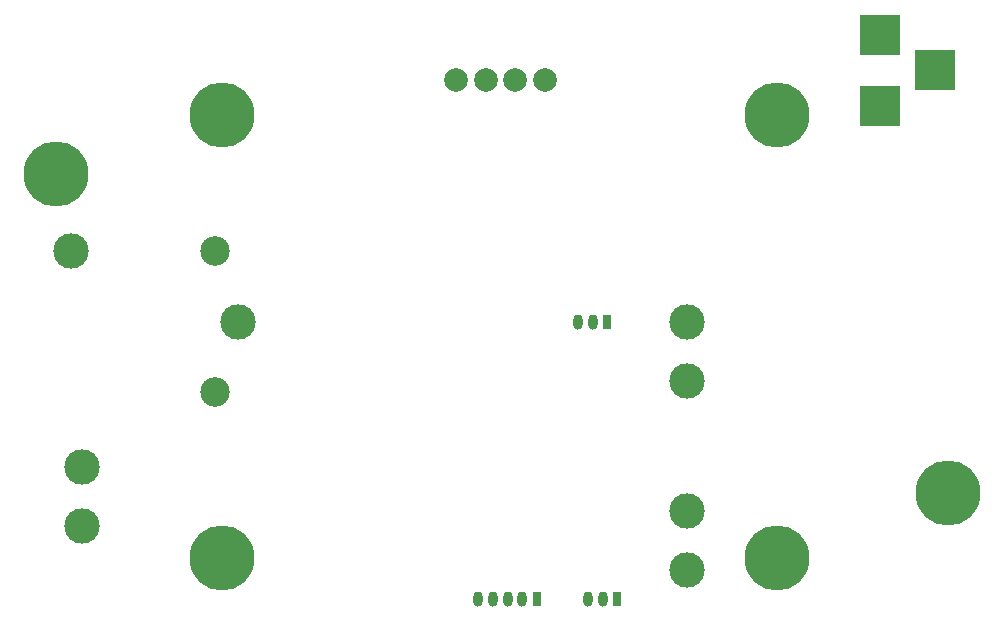
<source format=gbs>
G04 #@! TF.GenerationSoftware,KiCad,Pcbnew,(5.0.0-rc2-dev-347-g62c5a706d)*
G04 #@! TF.CreationDate,2018-11-25T22:16:39+01:00*
G04 #@! TF.ProjectId,NRF24L01,4E524632344C30312E6B696361645F70,rev?*
G04 #@! TF.SameCoordinates,Original*
G04 #@! TF.FileFunction,Soldermask,Bot*
G04 #@! TF.FilePolarity,Negative*
%FSLAX46Y46*%
G04 Gerber Fmt 4.6, Leading zero omitted, Abs format (unit mm)*
G04 Created by KiCad (PCBNEW (5.0.0-rc2-dev-347-g62c5a706d)) date 11/25/18 22:16:39*
%MOMM*%
%LPD*%
G01*
G04 APERTURE LIST*
%ADD10C,3.000000*%
%ADD11C,2.500000*%
%ADD12C,2.000000*%
%ADD13R,3.500000X3.500000*%
%ADD14O,0.800000X1.300000*%
%ADD15R,0.800000X1.300000*%
%ADD16C,5.500000*%
G04 APERTURE END LIST*
D10*
X55200000Y-130300000D03*
X55200000Y-125300000D03*
D11*
X66450000Y-106950000D03*
D10*
X54250000Y-106950000D03*
D11*
X66450000Y-118950000D03*
D10*
X68400000Y-113000000D03*
D12*
X94350000Y-92500000D03*
X91850000Y-92500000D03*
X89350000Y-92500000D03*
X86850000Y-92500000D03*
D10*
X106375127Y-134022287D03*
X106375127Y-129022287D03*
X106375127Y-118022287D03*
X106375127Y-113022287D03*
D13*
X127400000Y-91700000D03*
X122700000Y-94700000D03*
X122700000Y-88700000D03*
D14*
X88698627Y-136488987D03*
X89948627Y-136488987D03*
X91198627Y-136488987D03*
X92448627Y-136488987D03*
D15*
X93698627Y-136488987D03*
X99649527Y-113032087D03*
D14*
X98399527Y-113032087D03*
X97149527Y-113032087D03*
D15*
X100487727Y-136476287D03*
D14*
X99237727Y-136476287D03*
X97987727Y-136476287D03*
D16*
X67000000Y-133000000D03*
X53000000Y-100500000D03*
X128500000Y-127500000D03*
X114000000Y-95500000D03*
X114000000Y-133000000D03*
X67000000Y-95500000D03*
M02*

</source>
